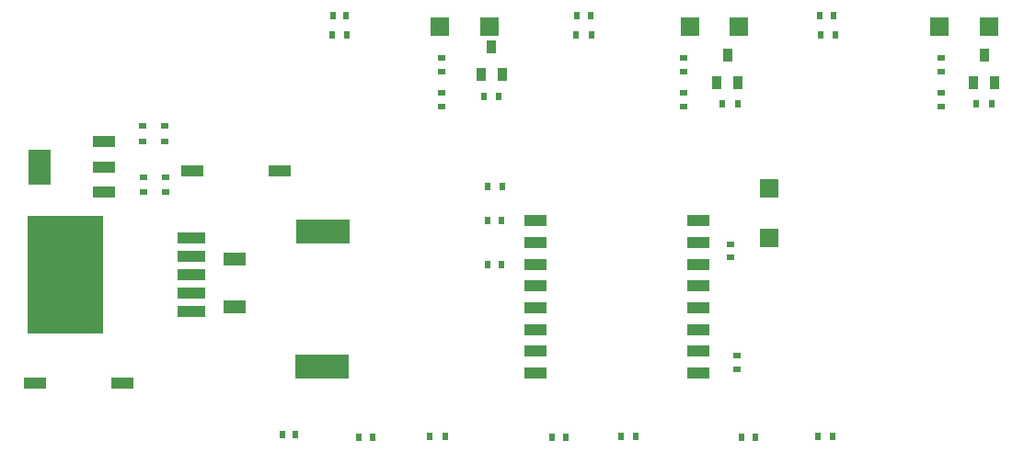
<source format=gtp>
G04*
G04 #@! TF.GenerationSoftware,Altium Limited,Altium Designer,19.0.12 (326)*
G04*
G04 Layer_Color=8421504*
%FSTAX24Y24*%
%MOIN*%
G70*
G01*
G75*
%ADD22R,0.0787X0.0394*%
%ADD23R,0.0236X0.0315*%
%ADD24R,0.0315X0.0236*%
%ADD25R,0.0335X0.0472*%
%ADD26R,0.0700X0.0700*%
%ADD27R,0.0787X0.0512*%
%ADD28R,0.2752X0.4252*%
%ADD29R,0.0984X0.0421*%
%ADD30R,0.0846X0.0394*%
%ADD31R,0.0846X0.1299*%
%ADD32R,0.0787X0.0433*%
%ADD33R,0.0787X0.0394*%
%ADD34R,0.1969X0.0906*%
%ADD35R,0.0700X0.0700*%
D22*
X027447Y020086D02*
D03*
Y019299D02*
D03*
Y018511D02*
D03*
Y017724D02*
D03*
Y016937D02*
D03*
Y016149D02*
D03*
Y015362D02*
D03*
Y014574D02*
D03*
X033353D02*
D03*
Y015362D02*
D03*
Y016149D02*
D03*
Y016937D02*
D03*
Y017724D02*
D03*
Y018511D02*
D03*
Y019299D02*
D03*
Y020086D02*
D03*
D23*
X043976Y02435D02*
D03*
X043424D02*
D03*
X034776D02*
D03*
X034224D02*
D03*
X03825Y02755D02*
D03*
X037764D02*
D03*
X038326Y02685D02*
D03*
X037774D02*
D03*
X029476D02*
D03*
X028924D02*
D03*
X02945Y02755D02*
D03*
X028964D02*
D03*
X020074Y02685D02*
D03*
X020626D02*
D03*
X030538Y012252D02*
D03*
X03109D02*
D03*
X02855Y01225D02*
D03*
X028064D02*
D03*
X023624Y012252D02*
D03*
X024176D02*
D03*
X02155Y01225D02*
D03*
X021064D02*
D03*
X037674Y012252D02*
D03*
X038226D02*
D03*
X0354Y01225D02*
D03*
X034914D02*
D03*
X01876Y01235D02*
D03*
X018274D02*
D03*
X02613Y0246D02*
D03*
X025578D02*
D03*
X020586Y02755D02*
D03*
X0201D02*
D03*
X025725Y0201D02*
D03*
X026212D02*
D03*
X025728Y0185D02*
D03*
X026214D02*
D03*
X026251Y02135D02*
D03*
X0257D02*
D03*
D24*
X04215Y02425D02*
D03*
Y024736D02*
D03*
Y0255D02*
D03*
Y025986D02*
D03*
X0328Y02425D02*
D03*
Y024736D02*
D03*
Y0255D02*
D03*
Y025986D02*
D03*
X02405D02*
D03*
Y0255D02*
D03*
Y02425D02*
D03*
Y024736D02*
D03*
X01402Y023526D02*
D03*
Y022974D02*
D03*
X01322D02*
D03*
Y023526D02*
D03*
X01325Y021676D02*
D03*
Y021124D02*
D03*
X01405Y021676D02*
D03*
Y021124D02*
D03*
X0345Y018764D02*
D03*
Y01925D02*
D03*
X03475Y014714D02*
D03*
Y0152D02*
D03*
D25*
X0344Y026092D02*
D03*
X034028Y02511D02*
D03*
X034786Y025108D02*
D03*
X025854Y026392D02*
D03*
X025482Y02541D02*
D03*
X02624Y025408D02*
D03*
X044088Y025108D02*
D03*
X04333Y02511D02*
D03*
X043702Y026092D02*
D03*
D26*
X042094Y02715D02*
D03*
X043866D02*
D03*
X033044D02*
D03*
X034816D02*
D03*
X023994D02*
D03*
X025766D02*
D03*
D27*
X01655Y018716D02*
D03*
Y016984D02*
D03*
D28*
X0104Y01815D02*
D03*
D29*
X01498Y019479D02*
D03*
Y018809D02*
D03*
Y01814D02*
D03*
Y017471D02*
D03*
Y016801D02*
D03*
D30*
X011802Y021144D02*
D03*
Y02205D02*
D03*
Y022956D02*
D03*
D31*
X009498Y02205D02*
D03*
D32*
X012475Y0142D02*
D03*
X015025Y0219D02*
D03*
D33*
X009325Y0142D02*
D03*
X018175Y0219D02*
D03*
D34*
X0197Y0148D02*
D03*
X01975Y019711D02*
D03*
D35*
X0359Y019484D02*
D03*
Y021256D02*
D03*
M02*

</source>
